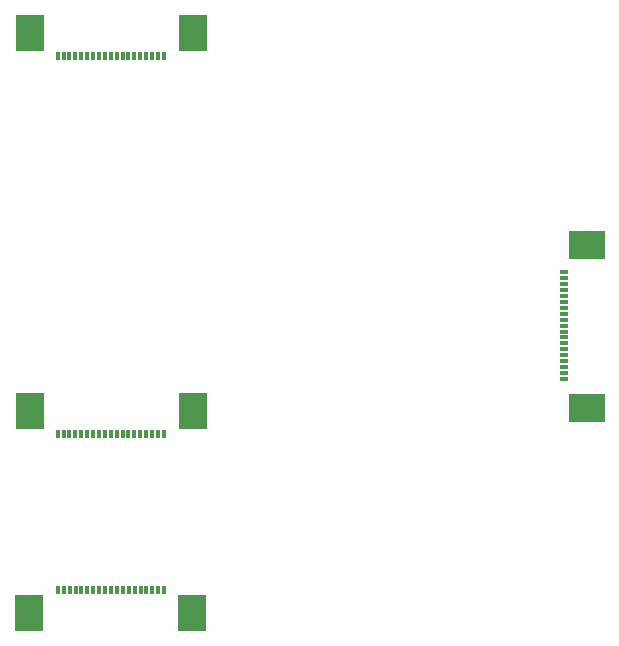
<source format=gbp>
G04 #@! TF.GenerationSoftware,KiCad,Pcbnew,5.1.2*
G04 #@! TF.CreationDate,2019-06-04T19:46:48+02:00*
G04 #@! TF.ProjectId,ohren,6f687265-6e2e-46b6-9963-61645f706362,rev?*
G04 #@! TF.SameCoordinates,Original*
G04 #@! TF.FileFunction,Paste,Bot*
G04 #@! TF.FilePolarity,Positive*
%FSLAX46Y46*%
G04 Gerber Fmt 4.6, Leading zero omitted, Abs format (unit mm)*
G04 Created by KiCad (PCBNEW 5.1.2) date 2019-06-04 19:46:48*
%MOMM*%
%LPD*%
G04 APERTURE LIST*
%ADD10R,0.800000X0.300000*%
%ADD11R,3.050000X2.400000*%
%ADD12R,0.300000X0.800000*%
%ADD13R,2.400000X3.050000*%
G04 APERTURE END LIST*
D10*
X172860000Y-154490000D03*
X172860000Y-153990000D03*
X172860000Y-153490000D03*
X172860000Y-152990000D03*
X172860000Y-152490000D03*
X172860000Y-151990000D03*
X172860000Y-151490000D03*
X172860000Y-150990000D03*
X172860000Y-150490000D03*
X172860000Y-149990000D03*
X172860000Y-149490000D03*
X172860000Y-148990000D03*
X172860000Y-148490000D03*
X172860000Y-147990000D03*
X172860000Y-147490000D03*
X172860000Y-146990000D03*
X172860000Y-146490000D03*
X172860000Y-145990000D03*
D11*
X174785000Y-156940000D03*
X174785000Y-143130000D03*
D10*
X172860000Y-145490000D03*
D12*
X130010000Y-172360000D03*
X130510000Y-172360000D03*
X131010000Y-172360000D03*
X131510000Y-172360000D03*
X132010000Y-172360000D03*
X132510000Y-172360000D03*
X133010000Y-172360000D03*
X133510000Y-172360000D03*
X134010000Y-172360000D03*
X134510000Y-172360000D03*
X135010000Y-172360000D03*
X135510000Y-172360000D03*
X136010000Y-172360000D03*
X136510000Y-172360000D03*
X137010000Y-172360000D03*
X137510000Y-172360000D03*
X138010000Y-172360000D03*
X138510000Y-172360000D03*
D13*
X127560000Y-174285000D03*
X141370000Y-174285000D03*
D12*
X139010000Y-172360000D03*
X138990000Y-127140000D03*
X138490000Y-127140000D03*
X137990000Y-127140000D03*
X137490000Y-127140000D03*
X136990000Y-127140000D03*
X136490000Y-127140000D03*
X135990000Y-127140000D03*
X135490000Y-127140000D03*
X134990000Y-127140000D03*
X134490000Y-127140000D03*
X133990000Y-127140000D03*
X133490000Y-127140000D03*
X132990000Y-127140000D03*
X132490000Y-127140000D03*
X131990000Y-127140000D03*
X131490000Y-127140000D03*
X130990000Y-127140000D03*
X130490000Y-127140000D03*
D13*
X141440000Y-125215000D03*
X127630000Y-125215000D03*
D12*
X129990000Y-127140000D03*
X129990000Y-159140000D03*
D13*
X127630000Y-157215000D03*
X141440000Y-157215000D03*
D12*
X130490000Y-159140000D03*
X130990000Y-159140000D03*
X131490000Y-159140000D03*
X131990000Y-159140000D03*
X132490000Y-159140000D03*
X132990000Y-159140000D03*
X133490000Y-159140000D03*
X133990000Y-159140000D03*
X134490000Y-159140000D03*
X134990000Y-159140000D03*
X135490000Y-159140000D03*
X135990000Y-159140000D03*
X136490000Y-159140000D03*
X136990000Y-159140000D03*
X137490000Y-159140000D03*
X137990000Y-159140000D03*
X138490000Y-159140000D03*
X138990000Y-159140000D03*
M02*

</source>
